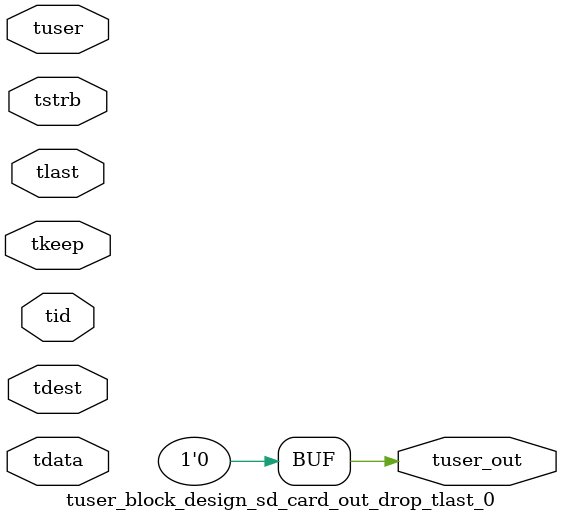
<source format=v>


`timescale 1ps/1ps

module tuser_block_design_sd_card_out_drop_tlast_0 #
(
parameter C_S_AXIS_TUSER_WIDTH = 1,
parameter C_S_AXIS_TDATA_WIDTH = 32,
parameter C_S_AXIS_TID_WIDTH   = 0,
parameter C_S_AXIS_TDEST_WIDTH = 0,
parameter C_M_AXIS_TUSER_WIDTH = 1
)
(
input  [(C_S_AXIS_TUSER_WIDTH == 0 ? 1 : C_S_AXIS_TUSER_WIDTH)-1:0     ] tuser,
input  [(C_S_AXIS_TDATA_WIDTH == 0 ? 1 : C_S_AXIS_TDATA_WIDTH)-1:0     ] tdata,
input  [(C_S_AXIS_TID_WIDTH   == 0 ? 1 : C_S_AXIS_TID_WIDTH)-1:0       ] tid,
input  [(C_S_AXIS_TDEST_WIDTH == 0 ? 1 : C_S_AXIS_TDEST_WIDTH)-1:0     ] tdest,
input  [(C_S_AXIS_TDATA_WIDTH/8)-1:0 ] tkeep,
input  [(C_S_AXIS_TDATA_WIDTH/8)-1:0 ] tstrb,
input                                                                    tlast,
output [C_M_AXIS_TUSER_WIDTH-1:0] tuser_out
);

assign tuser_out = {1'b0};

endmodule


</source>
